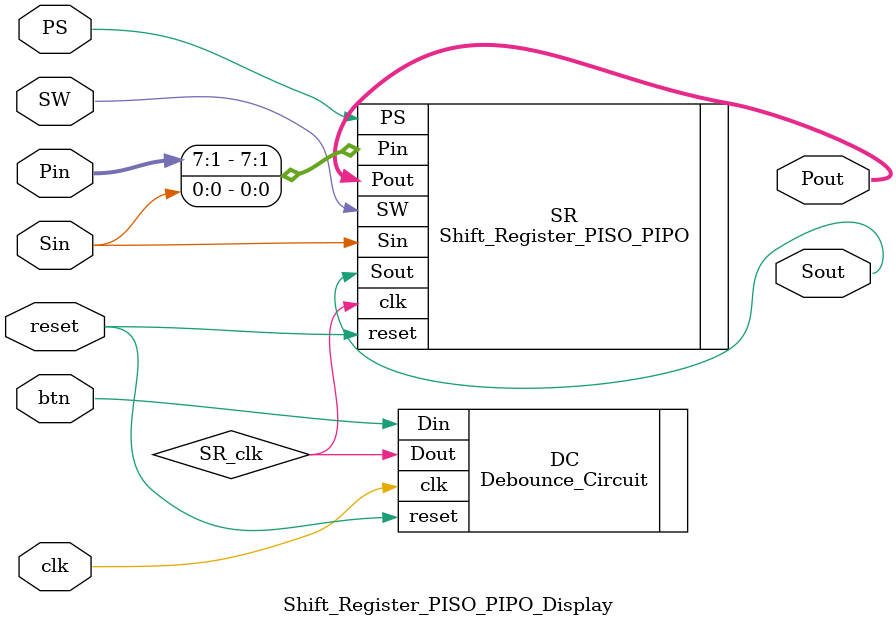
<source format=v>
module Shift_Register_PISO_PIPO_Display(btn, clk, reset, SW, PS, Sin, Pin, Sout, Pout);
input btn, clk, reset, SW, PS, Sin;
input[7:1] Pin;
output Sout;
output[7:0] Pout;
wire SR_clk;

Debounce_Circuit DC(.clk(clk), .reset(reset), .Din(btn), .Dout(SR_clk));
Shift_Register_PISO_PIPO SR(.clk(SR_clk), .reset(reset), .SW(SW), .PS(PS), .Sin(Sin), .Pin({Pin, Sin}), .Sout(Sout), .Pout(Pout));

endmodule
</source>
